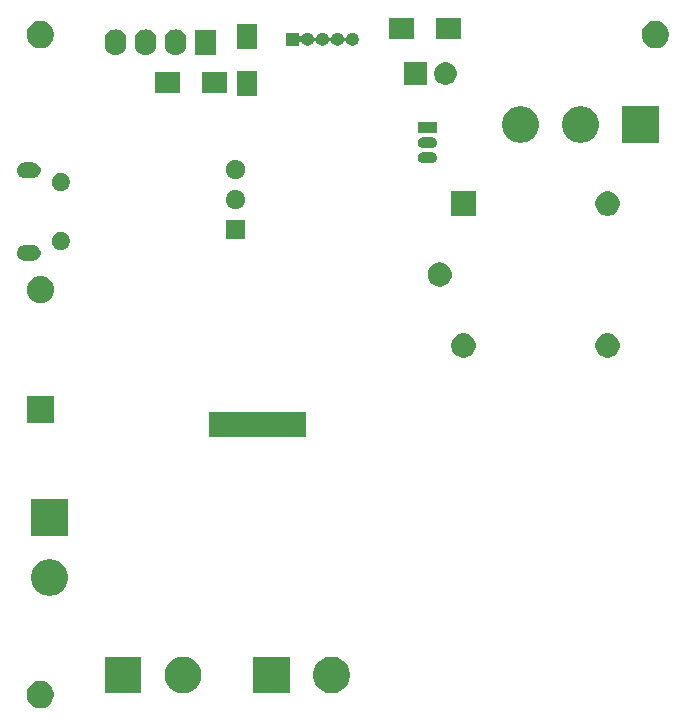
<source format=gbr>
G04 #@! TF.GenerationSoftware,KiCad,Pcbnew,(5.1.2)-1*
G04 #@! TF.CreationDate,2019-08-14T03:07:58+02:00*
G04 #@! TF.ProjectId,SmokESP8266,536d6f6b-4553-4503-9832-36362e6b6963,rev?*
G04 #@! TF.SameCoordinates,Original*
G04 #@! TF.FileFunction,Soldermask,Bot*
G04 #@! TF.FilePolarity,Negative*
%FSLAX46Y46*%
G04 Gerber Fmt 4.6, Leading zero omitted, Abs format (unit mm)*
G04 Created by KiCad (PCBNEW (5.1.2)-1) date 2019-08-14 03:07:58*
%MOMM*%
%LPD*%
G04 APERTURE LIST*
%ADD10C,0.100000*%
G04 APERTURE END LIST*
D10*
G36*
X82774549Y-128411116D02*
G01*
X82885734Y-128433232D01*
X83095203Y-128519997D01*
X83283720Y-128645960D01*
X83444040Y-128806280D01*
X83570003Y-128994797D01*
X83656768Y-129204266D01*
X83701000Y-129426636D01*
X83701000Y-129653364D01*
X83656768Y-129875734D01*
X83570003Y-130085203D01*
X83444040Y-130273720D01*
X83283720Y-130434040D01*
X83095203Y-130560003D01*
X82885734Y-130646768D01*
X82774549Y-130668884D01*
X82663365Y-130691000D01*
X82436635Y-130691000D01*
X82325451Y-130668884D01*
X82214266Y-130646768D01*
X82004797Y-130560003D01*
X81816280Y-130434040D01*
X81655960Y-130273720D01*
X81529997Y-130085203D01*
X81443232Y-129875734D01*
X81399000Y-129653364D01*
X81399000Y-129426636D01*
X81443232Y-129204266D01*
X81529997Y-128994797D01*
X81655960Y-128806280D01*
X81816280Y-128645960D01*
X82004797Y-128519997D01*
X82214266Y-128433232D01*
X82325451Y-128411116D01*
X82436635Y-128389000D01*
X82663365Y-128389000D01*
X82774549Y-128411116D01*
X82774549Y-128411116D01*
G37*
G36*
X107490585Y-126367802D02*
G01*
X107640410Y-126397604D01*
X107922674Y-126514521D01*
X108176705Y-126684259D01*
X108392741Y-126900295D01*
X108562479Y-127154326D01*
X108679396Y-127436590D01*
X108739000Y-127736240D01*
X108739000Y-128041760D01*
X108679396Y-128341410D01*
X108562479Y-128623674D01*
X108392741Y-128877705D01*
X108176705Y-129093741D01*
X107922674Y-129263479D01*
X107640410Y-129380396D01*
X107490585Y-129410198D01*
X107340761Y-129440000D01*
X107035239Y-129440000D01*
X106885415Y-129410198D01*
X106735590Y-129380396D01*
X106453326Y-129263479D01*
X106199295Y-129093741D01*
X105983259Y-128877705D01*
X105813521Y-128623674D01*
X105696604Y-128341410D01*
X105637000Y-128041760D01*
X105637000Y-127736240D01*
X105696604Y-127436590D01*
X105813521Y-127154326D01*
X105983259Y-126900295D01*
X106199295Y-126684259D01*
X106453326Y-126514521D01*
X106735590Y-126397604D01*
X106885415Y-126367802D01*
X107035239Y-126338000D01*
X107340761Y-126338000D01*
X107490585Y-126367802D01*
X107490585Y-126367802D01*
G37*
G36*
X91086000Y-129440000D02*
G01*
X87984000Y-129440000D01*
X87984000Y-126338000D01*
X91086000Y-126338000D01*
X91086000Y-129440000D01*
X91086000Y-129440000D01*
G37*
G36*
X103659000Y-129440000D02*
G01*
X100557000Y-129440000D01*
X100557000Y-126338000D01*
X103659000Y-126338000D01*
X103659000Y-129440000D01*
X103659000Y-129440000D01*
G37*
G36*
X94917585Y-126367802D02*
G01*
X95067410Y-126397604D01*
X95349674Y-126514521D01*
X95603705Y-126684259D01*
X95819741Y-126900295D01*
X95989479Y-127154326D01*
X96106396Y-127436590D01*
X96166000Y-127736240D01*
X96166000Y-128041760D01*
X96106396Y-128341410D01*
X95989479Y-128623674D01*
X95819741Y-128877705D01*
X95603705Y-129093741D01*
X95349674Y-129263479D01*
X95067410Y-129380396D01*
X94917585Y-129410198D01*
X94767761Y-129440000D01*
X94462239Y-129440000D01*
X94312415Y-129410198D01*
X94162590Y-129380396D01*
X93880326Y-129263479D01*
X93626295Y-129093741D01*
X93410259Y-128877705D01*
X93240521Y-128623674D01*
X93123604Y-128341410D01*
X93064000Y-128041760D01*
X93064000Y-127736240D01*
X93123604Y-127436590D01*
X93240521Y-127154326D01*
X93410259Y-126900295D01*
X93626295Y-126684259D01*
X93880326Y-126514521D01*
X94162590Y-126397604D01*
X94312415Y-126367802D01*
X94462239Y-126338000D01*
X94767761Y-126338000D01*
X94917585Y-126367802D01*
X94917585Y-126367802D01*
G37*
G36*
X83614585Y-118112802D02*
G01*
X83764410Y-118142604D01*
X84046674Y-118259521D01*
X84300705Y-118429259D01*
X84516741Y-118645295D01*
X84686479Y-118899326D01*
X84803396Y-119181590D01*
X84863000Y-119481240D01*
X84863000Y-119786760D01*
X84803396Y-120086410D01*
X84686479Y-120368674D01*
X84516741Y-120622705D01*
X84300705Y-120838741D01*
X84046674Y-121008479D01*
X83764410Y-121125396D01*
X83614585Y-121155198D01*
X83464761Y-121185000D01*
X83159239Y-121185000D01*
X83009415Y-121155198D01*
X82859590Y-121125396D01*
X82577326Y-121008479D01*
X82323295Y-120838741D01*
X82107259Y-120622705D01*
X81937521Y-120368674D01*
X81820604Y-120086410D01*
X81761000Y-119786760D01*
X81761000Y-119481240D01*
X81820604Y-119181590D01*
X81937521Y-118899326D01*
X82107259Y-118645295D01*
X82323295Y-118429259D01*
X82577326Y-118259521D01*
X82859590Y-118142604D01*
X83009415Y-118112802D01*
X83159239Y-118083000D01*
X83464761Y-118083000D01*
X83614585Y-118112802D01*
X83614585Y-118112802D01*
G37*
G36*
X84863000Y-116105000D02*
G01*
X81761000Y-116105000D01*
X81761000Y-113003000D01*
X84863000Y-113003000D01*
X84863000Y-116105000D01*
X84863000Y-116105000D01*
G37*
G36*
X105016000Y-107731000D02*
G01*
X96864000Y-107731000D01*
X96864000Y-105629000D01*
X105016000Y-105629000D01*
X105016000Y-107731000D01*
X105016000Y-107731000D01*
G37*
G36*
X83701000Y-106561000D02*
G01*
X81399000Y-106561000D01*
X81399000Y-104259000D01*
X83701000Y-104259000D01*
X83701000Y-106561000D01*
X83701000Y-106561000D01*
G37*
G36*
X130863647Y-98979004D02*
G01*
X131053097Y-99057477D01*
X131053098Y-99057478D01*
X131223599Y-99171402D01*
X131368598Y-99316401D01*
X131444719Y-99430326D01*
X131482523Y-99486903D01*
X131560996Y-99676353D01*
X131601000Y-99877469D01*
X131601000Y-100082531D01*
X131560996Y-100283647D01*
X131482523Y-100473097D01*
X131482522Y-100473098D01*
X131368598Y-100643599D01*
X131223599Y-100788598D01*
X131109674Y-100864719D01*
X131053097Y-100902523D01*
X130863647Y-100980996D01*
X130662531Y-101021000D01*
X130457469Y-101021000D01*
X130256353Y-100980996D01*
X130066903Y-100902523D01*
X130010326Y-100864719D01*
X129896401Y-100788598D01*
X129751402Y-100643599D01*
X129637478Y-100473098D01*
X129637477Y-100473097D01*
X129559004Y-100283647D01*
X129519000Y-100082531D01*
X129519000Y-99877469D01*
X129559004Y-99676353D01*
X129637477Y-99486903D01*
X129675281Y-99430326D01*
X129751402Y-99316401D01*
X129896401Y-99171402D01*
X130066902Y-99057478D01*
X130066903Y-99057477D01*
X130256353Y-98979004D01*
X130457469Y-98939000D01*
X130662531Y-98939000D01*
X130863647Y-98979004D01*
X130863647Y-98979004D01*
G37*
G36*
X118663647Y-98979004D02*
G01*
X118853097Y-99057477D01*
X118853098Y-99057478D01*
X119023599Y-99171402D01*
X119168598Y-99316401D01*
X119244719Y-99430326D01*
X119282523Y-99486903D01*
X119360996Y-99676353D01*
X119401000Y-99877469D01*
X119401000Y-100082531D01*
X119360996Y-100283647D01*
X119282523Y-100473097D01*
X119282522Y-100473098D01*
X119168598Y-100643599D01*
X119023599Y-100788598D01*
X118909674Y-100864719D01*
X118853097Y-100902523D01*
X118663647Y-100980996D01*
X118462531Y-101021000D01*
X118257469Y-101021000D01*
X118056353Y-100980996D01*
X117866903Y-100902523D01*
X117810326Y-100864719D01*
X117696401Y-100788598D01*
X117551402Y-100643599D01*
X117437478Y-100473098D01*
X117437477Y-100473097D01*
X117359004Y-100283647D01*
X117319000Y-100082531D01*
X117319000Y-99877469D01*
X117359004Y-99676353D01*
X117437477Y-99486903D01*
X117475281Y-99430326D01*
X117551402Y-99316401D01*
X117696401Y-99171402D01*
X117866902Y-99057478D01*
X117866903Y-99057477D01*
X118056353Y-98979004D01*
X118257469Y-98939000D01*
X118462531Y-98939000D01*
X118663647Y-98979004D01*
X118663647Y-98979004D01*
G37*
G36*
X82719271Y-94110103D02*
G01*
X82775635Y-94115654D01*
X82992600Y-94181470D01*
X82992602Y-94181471D01*
X83192555Y-94288347D01*
X83367818Y-94432182D01*
X83511653Y-94607445D01*
X83599139Y-94771121D01*
X83618530Y-94807400D01*
X83641337Y-94882584D01*
X83684346Y-95024366D01*
X83706569Y-95250000D01*
X83684346Y-95475634D01*
X83618529Y-95692602D01*
X83511653Y-95892555D01*
X83367818Y-96067818D01*
X83192555Y-96211653D01*
X82992602Y-96318529D01*
X82992600Y-96318530D01*
X82775635Y-96384346D01*
X82719271Y-96389897D01*
X82606545Y-96401000D01*
X82493455Y-96401000D01*
X82380729Y-96389897D01*
X82324365Y-96384346D01*
X82107400Y-96318530D01*
X82107398Y-96318529D01*
X81907445Y-96211653D01*
X81732182Y-96067818D01*
X81588347Y-95892555D01*
X81481471Y-95692602D01*
X81415654Y-95475634D01*
X81393431Y-95250000D01*
X81415654Y-95024366D01*
X81458663Y-94882584D01*
X81481470Y-94807400D01*
X81500861Y-94771121D01*
X81588347Y-94607445D01*
X81732182Y-94432182D01*
X81907445Y-94288347D01*
X82107398Y-94181471D01*
X82107400Y-94181470D01*
X82324365Y-94115654D01*
X82380729Y-94110103D01*
X82493455Y-94099000D01*
X82606545Y-94099000D01*
X82719271Y-94110103D01*
X82719271Y-94110103D01*
G37*
G36*
X116591494Y-92987593D02*
G01*
X116657085Y-93000640D01*
X116842441Y-93077417D01*
X117009256Y-93188879D01*
X117151121Y-93330744D01*
X117262583Y-93497559D01*
X117262584Y-93497561D01*
X117339360Y-93682916D01*
X117378500Y-93879685D01*
X117378500Y-94080315D01*
X117358379Y-94181470D01*
X117339360Y-94277085D01*
X117262583Y-94462441D01*
X117151121Y-94629256D01*
X117009256Y-94771121D01*
X116842441Y-94882583D01*
X116657085Y-94959360D01*
X116591494Y-94972407D01*
X116460315Y-94998500D01*
X116259685Y-94998500D01*
X116128506Y-94972407D01*
X116062915Y-94959360D01*
X115877559Y-94882583D01*
X115710744Y-94771121D01*
X115568879Y-94629256D01*
X115457417Y-94462441D01*
X115380640Y-94277085D01*
X115361621Y-94181470D01*
X115341500Y-94080315D01*
X115341500Y-93879685D01*
X115380640Y-93682916D01*
X115457416Y-93497561D01*
X115457417Y-93497559D01*
X115568879Y-93330744D01*
X115710744Y-93188879D01*
X115877559Y-93077417D01*
X116062915Y-93000640D01*
X116128506Y-92987593D01*
X116259685Y-92961500D01*
X116460315Y-92961500D01*
X116591494Y-92987593D01*
X116591494Y-92987593D01*
G37*
G36*
X81978855Y-91498140D02*
G01*
X82042618Y-91504420D01*
X82133404Y-91531960D01*
X82165336Y-91541646D01*
X82278425Y-91602094D01*
X82377554Y-91683446D01*
X82458906Y-91782575D01*
X82519354Y-91895664D01*
X82519355Y-91895668D01*
X82556580Y-92018382D01*
X82569149Y-92146000D01*
X82556580Y-92273618D01*
X82529040Y-92364404D01*
X82519354Y-92396336D01*
X82458906Y-92509425D01*
X82377554Y-92608554D01*
X82278425Y-92689906D01*
X82165336Y-92750354D01*
X82133404Y-92760040D01*
X82042618Y-92787580D01*
X81978855Y-92793860D01*
X81946974Y-92797000D01*
X81183026Y-92797000D01*
X81151145Y-92793860D01*
X81087382Y-92787580D01*
X80996596Y-92760040D01*
X80964664Y-92750354D01*
X80851575Y-92689906D01*
X80752446Y-92608554D01*
X80671094Y-92509425D01*
X80610646Y-92396336D01*
X80600960Y-92364404D01*
X80573420Y-92273618D01*
X80560851Y-92146000D01*
X80573420Y-92018382D01*
X80610645Y-91895668D01*
X80610646Y-91895664D01*
X80671094Y-91782575D01*
X80752446Y-91683446D01*
X80851575Y-91602094D01*
X80964664Y-91541646D01*
X80996596Y-91531960D01*
X81087382Y-91504420D01*
X81151145Y-91498140D01*
X81183026Y-91495000D01*
X81946974Y-91495000D01*
X81978855Y-91498140D01*
X81978855Y-91498140D01*
G37*
G36*
X84491348Y-90399820D02*
G01*
X84491350Y-90399821D01*
X84491351Y-90399821D01*
X84632574Y-90458317D01*
X84632577Y-90458319D01*
X84759669Y-90543239D01*
X84867761Y-90651331D01*
X84952681Y-90778423D01*
X84952683Y-90778426D01*
X85011179Y-90919649D01*
X85011180Y-90919652D01*
X85041000Y-91069569D01*
X85041000Y-91222429D01*
X85011179Y-91372351D01*
X84952683Y-91513574D01*
X84952681Y-91513577D01*
X84867761Y-91640669D01*
X84759669Y-91748761D01*
X84632577Y-91833681D01*
X84632574Y-91833683D01*
X84491351Y-91892179D01*
X84491350Y-91892179D01*
X84491348Y-91892180D01*
X84341431Y-91922000D01*
X84188569Y-91922000D01*
X84038652Y-91892180D01*
X84038650Y-91892179D01*
X84038649Y-91892179D01*
X83897426Y-91833683D01*
X83897423Y-91833681D01*
X83770331Y-91748761D01*
X83662239Y-91640669D01*
X83577319Y-91513577D01*
X83577317Y-91513574D01*
X83518821Y-91372351D01*
X83489000Y-91222429D01*
X83489000Y-91069569D01*
X83518820Y-90919652D01*
X83518821Y-90919649D01*
X83577317Y-90778426D01*
X83577319Y-90778423D01*
X83662239Y-90651331D01*
X83770331Y-90543239D01*
X83897423Y-90458319D01*
X83897426Y-90458317D01*
X84038649Y-90399821D01*
X84038650Y-90399821D01*
X84038652Y-90399820D01*
X84188569Y-90370000D01*
X84341431Y-90370000D01*
X84491348Y-90399820D01*
X84491348Y-90399820D01*
G37*
G36*
X99871000Y-90981000D02*
G01*
X98249000Y-90981000D01*
X98249000Y-89359000D01*
X99871000Y-89359000D01*
X99871000Y-90981000D01*
X99871000Y-90981000D01*
G37*
G36*
X130863647Y-86979004D02*
G01*
X131053097Y-87057477D01*
X131053098Y-87057478D01*
X131223599Y-87171402D01*
X131368598Y-87316401D01*
X131420073Y-87393440D01*
X131482523Y-87486903D01*
X131560996Y-87676353D01*
X131601000Y-87877469D01*
X131601000Y-88082531D01*
X131560996Y-88283647D01*
X131482523Y-88473097D01*
X131482522Y-88473098D01*
X131368598Y-88643599D01*
X131223599Y-88788598D01*
X131109674Y-88864719D01*
X131053097Y-88902523D01*
X130863647Y-88980996D01*
X130662531Y-89021000D01*
X130457469Y-89021000D01*
X130256353Y-88980996D01*
X130066903Y-88902523D01*
X130010326Y-88864719D01*
X129896401Y-88788598D01*
X129751402Y-88643599D01*
X129637478Y-88473098D01*
X129637477Y-88473097D01*
X129559004Y-88283647D01*
X129519000Y-88082531D01*
X129519000Y-87877469D01*
X129559004Y-87676353D01*
X129637477Y-87486903D01*
X129699927Y-87393440D01*
X129751402Y-87316401D01*
X129896401Y-87171402D01*
X130066902Y-87057478D01*
X130066903Y-87057477D01*
X130256353Y-86979004D01*
X130457469Y-86939000D01*
X130662531Y-86939000D01*
X130863647Y-86979004D01*
X130863647Y-86979004D01*
G37*
G36*
X119401000Y-89021000D02*
G01*
X117319000Y-89021000D01*
X117319000Y-86939000D01*
X119401000Y-86939000D01*
X119401000Y-89021000D01*
X119401000Y-89021000D01*
G37*
G36*
X99296560Y-86850166D02*
G01*
X99397989Y-86892179D01*
X99444153Y-86911301D01*
X99460165Y-86922000D01*
X99576982Y-87000055D01*
X99689945Y-87113018D01*
X99778700Y-87245849D01*
X99807924Y-87316402D01*
X99839834Y-87393440D01*
X99871000Y-87550123D01*
X99871000Y-87709877D01*
X99839834Y-87866560D01*
X99778699Y-88014153D01*
X99689945Y-88146982D01*
X99576982Y-88259945D01*
X99444153Y-88348699D01*
X99444152Y-88348700D01*
X99444151Y-88348700D01*
X99296560Y-88409834D01*
X99139878Y-88441000D01*
X98980122Y-88441000D01*
X98823440Y-88409834D01*
X98675849Y-88348700D01*
X98675848Y-88348700D01*
X98675847Y-88348699D01*
X98543018Y-88259945D01*
X98430055Y-88146982D01*
X98341301Y-88014153D01*
X98280166Y-87866560D01*
X98249000Y-87709877D01*
X98249000Y-87550123D01*
X98280166Y-87393440D01*
X98312076Y-87316402D01*
X98341300Y-87245849D01*
X98430055Y-87113018D01*
X98543018Y-87000055D01*
X98659835Y-86922000D01*
X98675847Y-86911301D01*
X98722012Y-86892179D01*
X98823440Y-86850166D01*
X98980122Y-86819000D01*
X99139878Y-86819000D01*
X99296560Y-86850166D01*
X99296560Y-86850166D01*
G37*
G36*
X84491348Y-85399820D02*
G01*
X84491350Y-85399821D01*
X84491351Y-85399821D01*
X84632574Y-85458317D01*
X84632577Y-85458319D01*
X84759669Y-85543239D01*
X84867761Y-85651331D01*
X84952681Y-85778423D01*
X84952683Y-85778426D01*
X85011179Y-85919649D01*
X85041000Y-86069571D01*
X85041000Y-86222429D01*
X85011179Y-86372351D01*
X84952683Y-86513574D01*
X84952681Y-86513577D01*
X84867761Y-86640669D01*
X84759669Y-86748761D01*
X84654549Y-86819000D01*
X84632574Y-86833683D01*
X84491351Y-86892179D01*
X84491350Y-86892179D01*
X84491348Y-86892180D01*
X84341431Y-86922000D01*
X84188569Y-86922000D01*
X84038652Y-86892180D01*
X84038650Y-86892179D01*
X84038649Y-86892179D01*
X83897426Y-86833683D01*
X83875451Y-86819000D01*
X83770331Y-86748761D01*
X83662239Y-86640669D01*
X83577319Y-86513577D01*
X83577317Y-86513574D01*
X83518821Y-86372351D01*
X83489000Y-86222429D01*
X83489000Y-86069571D01*
X83518821Y-85919649D01*
X83577317Y-85778426D01*
X83577319Y-85778423D01*
X83662239Y-85651331D01*
X83770331Y-85543239D01*
X83897423Y-85458319D01*
X83897426Y-85458317D01*
X84038649Y-85399821D01*
X84038650Y-85399821D01*
X84038652Y-85399820D01*
X84188569Y-85370000D01*
X84341431Y-85370000D01*
X84491348Y-85399820D01*
X84491348Y-85399820D01*
G37*
G36*
X99296560Y-84310166D02*
G01*
X99401637Y-84353690D01*
X99444153Y-84371301D01*
X99576982Y-84460055D01*
X99689945Y-84573018D01*
X99763732Y-84683447D01*
X99778700Y-84705849D01*
X99839834Y-84853440D01*
X99871000Y-85010122D01*
X99871000Y-85169878D01*
X99839834Y-85326560D01*
X99785259Y-85458317D01*
X99778699Y-85474153D01*
X99689945Y-85606982D01*
X99576982Y-85719945D01*
X99444153Y-85808699D01*
X99444152Y-85808700D01*
X99444151Y-85808700D01*
X99296560Y-85869834D01*
X99139878Y-85901000D01*
X98980122Y-85901000D01*
X98823440Y-85869834D01*
X98675849Y-85808700D01*
X98675848Y-85808700D01*
X98675847Y-85808699D01*
X98543018Y-85719945D01*
X98430055Y-85606982D01*
X98341301Y-85474153D01*
X98334742Y-85458317D01*
X98280166Y-85326560D01*
X98249000Y-85169878D01*
X98249000Y-85010122D01*
X98280166Y-84853440D01*
X98341300Y-84705849D01*
X98356269Y-84683447D01*
X98430055Y-84573018D01*
X98543018Y-84460055D01*
X98675847Y-84371301D01*
X98718364Y-84353690D01*
X98823440Y-84310166D01*
X98980122Y-84279000D01*
X99139878Y-84279000D01*
X99296560Y-84310166D01*
X99296560Y-84310166D01*
G37*
G36*
X81978855Y-84498140D02*
G01*
X82042618Y-84504420D01*
X82133404Y-84531960D01*
X82165336Y-84541646D01*
X82278425Y-84602094D01*
X82377554Y-84683446D01*
X82458906Y-84782575D01*
X82519354Y-84895664D01*
X82519355Y-84895668D01*
X82556580Y-85018382D01*
X82569149Y-85146000D01*
X82556580Y-85273618D01*
X82540520Y-85326560D01*
X82519354Y-85396336D01*
X82458906Y-85509425D01*
X82377554Y-85608554D01*
X82278425Y-85689906D01*
X82165336Y-85750354D01*
X82133404Y-85760040D01*
X82042618Y-85787580D01*
X81978855Y-85793860D01*
X81946974Y-85797000D01*
X81183026Y-85797000D01*
X81151145Y-85793860D01*
X81087382Y-85787580D01*
X80996596Y-85760040D01*
X80964664Y-85750354D01*
X80851575Y-85689906D01*
X80752446Y-85608554D01*
X80671094Y-85509425D01*
X80610646Y-85396336D01*
X80589480Y-85326560D01*
X80573420Y-85273618D01*
X80560851Y-85146000D01*
X80573420Y-85018382D01*
X80610645Y-84895668D01*
X80610646Y-84895664D01*
X80671094Y-84782575D01*
X80752446Y-84683446D01*
X80851575Y-84602094D01*
X80964664Y-84541646D01*
X80996596Y-84531960D01*
X81087382Y-84504420D01*
X81151145Y-84498140D01*
X81183026Y-84495000D01*
X81946974Y-84495000D01*
X81978855Y-84498140D01*
X81978855Y-84498140D01*
G37*
G36*
X115714213Y-83580249D02*
G01*
X115808652Y-83608897D01*
X115895687Y-83655418D01*
X115971975Y-83718025D01*
X116034582Y-83794313D01*
X116081103Y-83881348D01*
X116109751Y-83975787D01*
X116119424Y-84074000D01*
X116109751Y-84172213D01*
X116081103Y-84266652D01*
X116034582Y-84353687D01*
X115971975Y-84429975D01*
X115895687Y-84492582D01*
X115808652Y-84539103D01*
X115714213Y-84567751D01*
X115640612Y-84575000D01*
X114991388Y-84575000D01*
X114917787Y-84567751D01*
X114823348Y-84539103D01*
X114736313Y-84492582D01*
X114660025Y-84429975D01*
X114597418Y-84353687D01*
X114550897Y-84266652D01*
X114522249Y-84172213D01*
X114512576Y-84074000D01*
X114522249Y-83975787D01*
X114550897Y-83881348D01*
X114597418Y-83794313D01*
X114660025Y-83718025D01*
X114736313Y-83655418D01*
X114823348Y-83608897D01*
X114917787Y-83580249D01*
X114991388Y-83573000D01*
X115640612Y-83573000D01*
X115714213Y-83580249D01*
X115714213Y-83580249D01*
G37*
G36*
X115714213Y-82310249D02*
G01*
X115808652Y-82338897D01*
X115895687Y-82385418D01*
X115971975Y-82448025D01*
X116034582Y-82524313D01*
X116081103Y-82611348D01*
X116109751Y-82705787D01*
X116119424Y-82804000D01*
X116109751Y-82902213D01*
X116081103Y-82996652D01*
X116034582Y-83083687D01*
X115971975Y-83159975D01*
X115895687Y-83222582D01*
X115808652Y-83269103D01*
X115714213Y-83297751D01*
X115640612Y-83305000D01*
X114991388Y-83305000D01*
X114917787Y-83297751D01*
X114823348Y-83269103D01*
X114736313Y-83222582D01*
X114660025Y-83159975D01*
X114597418Y-83083687D01*
X114550897Y-82996652D01*
X114522249Y-82902213D01*
X114512576Y-82804000D01*
X114522249Y-82705787D01*
X114550897Y-82611348D01*
X114597418Y-82524313D01*
X114660025Y-82448025D01*
X114736313Y-82385418D01*
X114823348Y-82338897D01*
X114917787Y-82310249D01*
X114991388Y-82303000D01*
X115640612Y-82303000D01*
X115714213Y-82310249D01*
X115714213Y-82310249D01*
G37*
G36*
X123492585Y-79758802D02*
G01*
X123642410Y-79788604D01*
X123924674Y-79905521D01*
X124178705Y-80075259D01*
X124394741Y-80291295D01*
X124564479Y-80545326D01*
X124681396Y-80827590D01*
X124741000Y-81127240D01*
X124741000Y-81432760D01*
X124681396Y-81732410D01*
X124564479Y-82014674D01*
X124394741Y-82268705D01*
X124178705Y-82484741D01*
X123924674Y-82654479D01*
X123642410Y-82771396D01*
X123492585Y-82801198D01*
X123342761Y-82831000D01*
X123037239Y-82831000D01*
X122887415Y-82801198D01*
X122737590Y-82771396D01*
X122455326Y-82654479D01*
X122201295Y-82484741D01*
X121985259Y-82268705D01*
X121815521Y-82014674D01*
X121698604Y-81732410D01*
X121639000Y-81432760D01*
X121639000Y-81127240D01*
X121698604Y-80827590D01*
X121815521Y-80545326D01*
X121985259Y-80291295D01*
X122201295Y-80075259D01*
X122455326Y-79905521D01*
X122737590Y-79788604D01*
X122887415Y-79758802D01*
X123037239Y-79729000D01*
X123342761Y-79729000D01*
X123492585Y-79758802D01*
X123492585Y-79758802D01*
G37*
G36*
X128572585Y-79758802D02*
G01*
X128722410Y-79788604D01*
X129004674Y-79905521D01*
X129258705Y-80075259D01*
X129474741Y-80291295D01*
X129644479Y-80545326D01*
X129761396Y-80827590D01*
X129821000Y-81127240D01*
X129821000Y-81432760D01*
X129761396Y-81732410D01*
X129644479Y-82014674D01*
X129474741Y-82268705D01*
X129258705Y-82484741D01*
X129004674Y-82654479D01*
X128722410Y-82771396D01*
X128572585Y-82801198D01*
X128422761Y-82831000D01*
X128117239Y-82831000D01*
X127967415Y-82801198D01*
X127817590Y-82771396D01*
X127535326Y-82654479D01*
X127281295Y-82484741D01*
X127065259Y-82268705D01*
X126895521Y-82014674D01*
X126778604Y-81732410D01*
X126719000Y-81432760D01*
X126719000Y-81127240D01*
X126778604Y-80827590D01*
X126895521Y-80545326D01*
X127065259Y-80291295D01*
X127281295Y-80075259D01*
X127535326Y-79905521D01*
X127817590Y-79788604D01*
X127967415Y-79758802D01*
X128117239Y-79729000D01*
X128422761Y-79729000D01*
X128572585Y-79758802D01*
X128572585Y-79758802D01*
G37*
G36*
X134901000Y-82831000D02*
G01*
X131799000Y-82831000D01*
X131799000Y-79729000D01*
X134901000Y-79729000D01*
X134901000Y-82831000D01*
X134901000Y-82831000D01*
G37*
G36*
X116117000Y-82035000D02*
G01*
X114515000Y-82035000D01*
X114515000Y-81033000D01*
X116117000Y-81033000D01*
X116117000Y-82035000D01*
X116117000Y-82035000D01*
G37*
G36*
X100927000Y-78870000D02*
G01*
X99225000Y-78870000D01*
X99225000Y-76768000D01*
X100927000Y-76768000D01*
X100927000Y-78870000D01*
X100927000Y-78870000D01*
G37*
G36*
X98333000Y-78625000D02*
G01*
X96231000Y-78625000D01*
X96231000Y-76823000D01*
X98333000Y-76823000D01*
X98333000Y-78625000D01*
X98333000Y-78625000D01*
G37*
G36*
X94333000Y-78625000D02*
G01*
X92231000Y-78625000D01*
X92231000Y-76823000D01*
X94333000Y-76823000D01*
X94333000Y-78625000D01*
X94333000Y-78625000D01*
G37*
G36*
X115251000Y-77913000D02*
G01*
X113349000Y-77913000D01*
X113349000Y-76011000D01*
X115251000Y-76011000D01*
X115251000Y-77913000D01*
X115251000Y-77913000D01*
G37*
G36*
X117117395Y-76047546D02*
G01*
X117290466Y-76119234D01*
X117290467Y-76119235D01*
X117446227Y-76223310D01*
X117578690Y-76355773D01*
X117578691Y-76355775D01*
X117682766Y-76511534D01*
X117754454Y-76684605D01*
X117791000Y-76868333D01*
X117791000Y-77055667D01*
X117754454Y-77239395D01*
X117682766Y-77412466D01*
X117682765Y-77412467D01*
X117578690Y-77568227D01*
X117446227Y-77700690D01*
X117367818Y-77753081D01*
X117290466Y-77804766D01*
X117117395Y-77876454D01*
X116933667Y-77913000D01*
X116746333Y-77913000D01*
X116562605Y-77876454D01*
X116389534Y-77804766D01*
X116312182Y-77753081D01*
X116233773Y-77700690D01*
X116101310Y-77568227D01*
X115997235Y-77412467D01*
X115997234Y-77412466D01*
X115925546Y-77239395D01*
X115889000Y-77055667D01*
X115889000Y-76868333D01*
X115925546Y-76684605D01*
X115997234Y-76511534D01*
X116101309Y-76355775D01*
X116101310Y-76355773D01*
X116233773Y-76223310D01*
X116389533Y-76119235D01*
X116389534Y-76119234D01*
X116562605Y-76047546D01*
X116746333Y-76011000D01*
X116933667Y-76011000D01*
X117117395Y-76047546D01*
X117117395Y-76047546D01*
G37*
G36*
X94167294Y-73249233D02*
G01*
X94339695Y-73301531D01*
X94498583Y-73386458D01*
X94637849Y-73500751D01*
X94752142Y-73640017D01*
X94837069Y-73798906D01*
X94889367Y-73971307D01*
X94902600Y-74105670D01*
X94902600Y-74500331D01*
X94889367Y-74634694D01*
X94837069Y-74807095D01*
X94752142Y-74965983D01*
X94637849Y-75105249D01*
X94498583Y-75219542D01*
X94339694Y-75304469D01*
X94167293Y-75356767D01*
X93988000Y-75374425D01*
X93808706Y-75356767D01*
X93636305Y-75304469D01*
X93477417Y-75219542D01*
X93338151Y-75105249D01*
X93223858Y-74965983D01*
X93138931Y-74807094D01*
X93086633Y-74634693D01*
X93073400Y-74500330D01*
X93073400Y-74105669D01*
X93086633Y-73971306D01*
X93138931Y-73798905D01*
X93223858Y-73640018D01*
X93338152Y-73500751D01*
X93477418Y-73386458D01*
X93636306Y-73301531D01*
X93808707Y-73249233D01*
X93988000Y-73231575D01*
X94167294Y-73249233D01*
X94167294Y-73249233D01*
G37*
G36*
X89087294Y-73249233D02*
G01*
X89259695Y-73301531D01*
X89418583Y-73386458D01*
X89557849Y-73500751D01*
X89672142Y-73640017D01*
X89757069Y-73798906D01*
X89809367Y-73971307D01*
X89822600Y-74105670D01*
X89822600Y-74500331D01*
X89809367Y-74634694D01*
X89757069Y-74807095D01*
X89672142Y-74965983D01*
X89557849Y-75105249D01*
X89418583Y-75219542D01*
X89259694Y-75304469D01*
X89087293Y-75356767D01*
X88908000Y-75374425D01*
X88728706Y-75356767D01*
X88556305Y-75304469D01*
X88397417Y-75219542D01*
X88258151Y-75105249D01*
X88143858Y-74965983D01*
X88058931Y-74807094D01*
X88006633Y-74634693D01*
X87993400Y-74500330D01*
X87993400Y-74105669D01*
X88006633Y-73971306D01*
X88058931Y-73798905D01*
X88143858Y-73640018D01*
X88258152Y-73500751D01*
X88397418Y-73386458D01*
X88556306Y-73301531D01*
X88728707Y-73249233D01*
X88908000Y-73231575D01*
X89087294Y-73249233D01*
X89087294Y-73249233D01*
G37*
G36*
X91627294Y-73249233D02*
G01*
X91799695Y-73301531D01*
X91958583Y-73386458D01*
X92097849Y-73500751D01*
X92212142Y-73640017D01*
X92297069Y-73798906D01*
X92349367Y-73971307D01*
X92362600Y-74105670D01*
X92362600Y-74500331D01*
X92349367Y-74634694D01*
X92297069Y-74807095D01*
X92212142Y-74965983D01*
X92097849Y-75105249D01*
X91958583Y-75219542D01*
X91799694Y-75304469D01*
X91627293Y-75356767D01*
X91448000Y-75374425D01*
X91268706Y-75356767D01*
X91096305Y-75304469D01*
X90937417Y-75219542D01*
X90798151Y-75105249D01*
X90683858Y-74965983D01*
X90598931Y-74807094D01*
X90546633Y-74634693D01*
X90533400Y-74500330D01*
X90533400Y-74105669D01*
X90546633Y-73971306D01*
X90598931Y-73798905D01*
X90683858Y-73640018D01*
X90798152Y-73500751D01*
X90937418Y-73386458D01*
X91096306Y-73301531D01*
X91268707Y-73249233D01*
X91448000Y-73231575D01*
X91627294Y-73249233D01*
X91627294Y-73249233D01*
G37*
G36*
X97442600Y-75370000D02*
G01*
X95613400Y-75370000D01*
X95613400Y-73236000D01*
X97442600Y-73236000D01*
X97442600Y-75370000D01*
X97442600Y-75370000D01*
G37*
G36*
X100927000Y-74870000D02*
G01*
X99225000Y-74870000D01*
X99225000Y-72768000D01*
X100927000Y-72768000D01*
X100927000Y-74870000D01*
X100927000Y-74870000D01*
G37*
G36*
X134844549Y-72531116D02*
G01*
X134955734Y-72553232D01*
X135165203Y-72639997D01*
X135353720Y-72765960D01*
X135514040Y-72926280D01*
X135640003Y-73114797D01*
X135717351Y-73301531D01*
X135726768Y-73324267D01*
X135771000Y-73546635D01*
X135771000Y-73773365D01*
X135761286Y-73822198D01*
X135726768Y-73995734D01*
X135681231Y-74105669D01*
X135643348Y-74197129D01*
X135640003Y-74205203D01*
X135514040Y-74393720D01*
X135353720Y-74554040D01*
X135165203Y-74680003D01*
X134955734Y-74766768D01*
X134844549Y-74788884D01*
X134733365Y-74811000D01*
X134506635Y-74811000D01*
X134395451Y-74788884D01*
X134284266Y-74766768D01*
X134074797Y-74680003D01*
X133886280Y-74554040D01*
X133725960Y-74393720D01*
X133599997Y-74205203D01*
X133596653Y-74197129D01*
X133558769Y-74105669D01*
X133513232Y-73995734D01*
X133478714Y-73822198D01*
X133469000Y-73773365D01*
X133469000Y-73546635D01*
X133513232Y-73324267D01*
X133522650Y-73301531D01*
X133599997Y-73114797D01*
X133725960Y-72926280D01*
X133886280Y-72765960D01*
X134074797Y-72639997D01*
X134284266Y-72553232D01*
X134395451Y-72531116D01*
X134506635Y-72509000D01*
X134733365Y-72509000D01*
X134844549Y-72531116D01*
X134844549Y-72531116D01*
G37*
G36*
X82774549Y-72531116D02*
G01*
X82885734Y-72553232D01*
X83095203Y-72639997D01*
X83283720Y-72765960D01*
X83444040Y-72926280D01*
X83570003Y-73114797D01*
X83647351Y-73301531D01*
X83656768Y-73324267D01*
X83701000Y-73546635D01*
X83701000Y-73773365D01*
X83691286Y-73822198D01*
X83656768Y-73995734D01*
X83611231Y-74105669D01*
X83573348Y-74197129D01*
X83570003Y-74205203D01*
X83444040Y-74393720D01*
X83283720Y-74554040D01*
X83095203Y-74680003D01*
X82885734Y-74766768D01*
X82774549Y-74788884D01*
X82663365Y-74811000D01*
X82436635Y-74811000D01*
X82325451Y-74788884D01*
X82214266Y-74766768D01*
X82004797Y-74680003D01*
X81816280Y-74554040D01*
X81655960Y-74393720D01*
X81529997Y-74205203D01*
X81526653Y-74197129D01*
X81488769Y-74105669D01*
X81443232Y-73995734D01*
X81408714Y-73822198D01*
X81399000Y-73773365D01*
X81399000Y-73546635D01*
X81443232Y-73324267D01*
X81452650Y-73301531D01*
X81529997Y-73114797D01*
X81655960Y-72926280D01*
X81816280Y-72765960D01*
X82004797Y-72639997D01*
X82214266Y-72553232D01*
X82325451Y-72531116D01*
X82436635Y-72509000D01*
X82663365Y-72509000D01*
X82774549Y-72531116D01*
X82774549Y-72531116D01*
G37*
G36*
X104437000Y-73718265D02*
G01*
X104439402Y-73742651D01*
X104446515Y-73766100D01*
X104458066Y-73787711D01*
X104473611Y-73806653D01*
X104492553Y-73822198D01*
X104514164Y-73833749D01*
X104537613Y-73840862D01*
X104561999Y-73843264D01*
X104586385Y-73840862D01*
X104609834Y-73833749D01*
X104631445Y-73822198D01*
X104650387Y-73806653D01*
X104665932Y-73787711D01*
X104672233Y-73777198D01*
X104695644Y-73733400D01*
X104764499Y-73649499D01*
X104776053Y-73640017D01*
X104848400Y-73580643D01*
X104916945Y-73544005D01*
X104944121Y-73529479D01*
X105047985Y-73497973D01*
X105128933Y-73490000D01*
X105183067Y-73490000D01*
X105264015Y-73497973D01*
X105367879Y-73529479D01*
X105395055Y-73544005D01*
X105463600Y-73580643D01*
X105547501Y-73649499D01*
X105616357Y-73733400D01*
X105651369Y-73798904D01*
X105667521Y-73829121D01*
X105671388Y-73841869D01*
X105680760Y-73864496D01*
X105694374Y-73884870D01*
X105711701Y-73902197D01*
X105732075Y-73915811D01*
X105754714Y-73925188D01*
X105778747Y-73929969D01*
X105803251Y-73929969D01*
X105827285Y-73925189D01*
X105849924Y-73915812D01*
X105870298Y-73902198D01*
X105887625Y-73884871D01*
X105901239Y-73864497D01*
X105910612Y-73841869D01*
X105914479Y-73829121D01*
X105930631Y-73798904D01*
X105965643Y-73733400D01*
X106034499Y-73649499D01*
X106118400Y-73580643D01*
X106186945Y-73544005D01*
X106214121Y-73529479D01*
X106317985Y-73497973D01*
X106398933Y-73490000D01*
X106453067Y-73490000D01*
X106534015Y-73497973D01*
X106637879Y-73529479D01*
X106665055Y-73544005D01*
X106733600Y-73580643D01*
X106817501Y-73649499D01*
X106886357Y-73733400D01*
X106921369Y-73798904D01*
X106937521Y-73829121D01*
X106941388Y-73841869D01*
X106950760Y-73864496D01*
X106964374Y-73884870D01*
X106981701Y-73902197D01*
X107002075Y-73915811D01*
X107024714Y-73925188D01*
X107048747Y-73929969D01*
X107073251Y-73929969D01*
X107097285Y-73925189D01*
X107119924Y-73915812D01*
X107140298Y-73902198D01*
X107157625Y-73884871D01*
X107171239Y-73864497D01*
X107180612Y-73841869D01*
X107184479Y-73829121D01*
X107200631Y-73798904D01*
X107235643Y-73733400D01*
X107304499Y-73649499D01*
X107388400Y-73580643D01*
X107456945Y-73544005D01*
X107484121Y-73529479D01*
X107587985Y-73497973D01*
X107668933Y-73490000D01*
X107723067Y-73490000D01*
X107804015Y-73497973D01*
X107907879Y-73529479D01*
X107935055Y-73544005D01*
X108003600Y-73580643D01*
X108087501Y-73649499D01*
X108156357Y-73733400D01*
X108191369Y-73798904D01*
X108207521Y-73829121D01*
X108211388Y-73841869D01*
X108220760Y-73864496D01*
X108234374Y-73884870D01*
X108251701Y-73902197D01*
X108272075Y-73915811D01*
X108294714Y-73925188D01*
X108318747Y-73929969D01*
X108343251Y-73929969D01*
X108367285Y-73925189D01*
X108389924Y-73915812D01*
X108410298Y-73902198D01*
X108427625Y-73884871D01*
X108441239Y-73864497D01*
X108450612Y-73841869D01*
X108454479Y-73829121D01*
X108470631Y-73798904D01*
X108505643Y-73733400D01*
X108574499Y-73649499D01*
X108658400Y-73580643D01*
X108726945Y-73544005D01*
X108754121Y-73529479D01*
X108857985Y-73497973D01*
X108938933Y-73490000D01*
X108993067Y-73490000D01*
X109074015Y-73497973D01*
X109177879Y-73529479D01*
X109205055Y-73544005D01*
X109273600Y-73580643D01*
X109357501Y-73649499D01*
X109426357Y-73733400D01*
X109461369Y-73798904D01*
X109477521Y-73829121D01*
X109509027Y-73932985D01*
X109519666Y-74041000D01*
X109509027Y-74149015D01*
X109477521Y-74252879D01*
X109477191Y-74253496D01*
X109426357Y-74348600D01*
X109357501Y-74432501D01*
X109273600Y-74501357D01*
X109205055Y-74537995D01*
X109177879Y-74552521D01*
X109074015Y-74584027D01*
X108993067Y-74592000D01*
X108938933Y-74592000D01*
X108857985Y-74584027D01*
X108754121Y-74552521D01*
X108726945Y-74537995D01*
X108658400Y-74501357D01*
X108574499Y-74432501D01*
X108505643Y-74348600D01*
X108454809Y-74253496D01*
X108454479Y-74252879D01*
X108450612Y-74240131D01*
X108441240Y-74217504D01*
X108427626Y-74197130D01*
X108410299Y-74179803D01*
X108389925Y-74166189D01*
X108367286Y-74156812D01*
X108343253Y-74152031D01*
X108318749Y-74152031D01*
X108294715Y-74156811D01*
X108272076Y-74166188D01*
X108251702Y-74179802D01*
X108234375Y-74197129D01*
X108220761Y-74217503D01*
X108211388Y-74240131D01*
X108207521Y-74252879D01*
X108207191Y-74253496D01*
X108156357Y-74348600D01*
X108087501Y-74432501D01*
X108003600Y-74501357D01*
X107935055Y-74537995D01*
X107907879Y-74552521D01*
X107804015Y-74584027D01*
X107723067Y-74592000D01*
X107668933Y-74592000D01*
X107587985Y-74584027D01*
X107484121Y-74552521D01*
X107456945Y-74537995D01*
X107388400Y-74501357D01*
X107304499Y-74432501D01*
X107235643Y-74348600D01*
X107184809Y-74253496D01*
X107184479Y-74252879D01*
X107180612Y-74240131D01*
X107171240Y-74217504D01*
X107157626Y-74197130D01*
X107140299Y-74179803D01*
X107119925Y-74166189D01*
X107097286Y-74156812D01*
X107073253Y-74152031D01*
X107048749Y-74152031D01*
X107024715Y-74156811D01*
X107002076Y-74166188D01*
X106981702Y-74179802D01*
X106964375Y-74197129D01*
X106950761Y-74217503D01*
X106941388Y-74240131D01*
X106937521Y-74252879D01*
X106937191Y-74253496D01*
X106886357Y-74348600D01*
X106817501Y-74432501D01*
X106733600Y-74501357D01*
X106665055Y-74537995D01*
X106637879Y-74552521D01*
X106534015Y-74584027D01*
X106453067Y-74592000D01*
X106398933Y-74592000D01*
X106317985Y-74584027D01*
X106214121Y-74552521D01*
X106186945Y-74537995D01*
X106118400Y-74501357D01*
X106034499Y-74432501D01*
X105965643Y-74348600D01*
X105914809Y-74253496D01*
X105914479Y-74252879D01*
X105910612Y-74240131D01*
X105901240Y-74217504D01*
X105887626Y-74197130D01*
X105870299Y-74179803D01*
X105849925Y-74166189D01*
X105827286Y-74156812D01*
X105803253Y-74152031D01*
X105778749Y-74152031D01*
X105754715Y-74156811D01*
X105732076Y-74166188D01*
X105711702Y-74179802D01*
X105694375Y-74197129D01*
X105680761Y-74217503D01*
X105671388Y-74240131D01*
X105667521Y-74252879D01*
X105667191Y-74253496D01*
X105616357Y-74348600D01*
X105547501Y-74432501D01*
X105463600Y-74501357D01*
X105395055Y-74537995D01*
X105367879Y-74552521D01*
X105264015Y-74584027D01*
X105183067Y-74592000D01*
X105128933Y-74592000D01*
X105047985Y-74584027D01*
X104944121Y-74552521D01*
X104916945Y-74537995D01*
X104848400Y-74501357D01*
X104764499Y-74432501D01*
X104695645Y-74348601D01*
X104695644Y-74348600D01*
X104672236Y-74304807D01*
X104658625Y-74284437D01*
X104641298Y-74267110D01*
X104620924Y-74253496D01*
X104598285Y-74244119D01*
X104574252Y-74239338D01*
X104549748Y-74239338D01*
X104525714Y-74244118D01*
X104503076Y-74253495D01*
X104482701Y-74267109D01*
X104465374Y-74284436D01*
X104451760Y-74304810D01*
X104442383Y-74327449D01*
X104437602Y-74351482D01*
X104437000Y-74363735D01*
X104437000Y-74592000D01*
X103335000Y-74592000D01*
X103335000Y-73490000D01*
X104437000Y-73490000D01*
X104437000Y-73718265D01*
X104437000Y-73718265D01*
G37*
G36*
X114145000Y-74053000D02*
G01*
X112043000Y-74053000D01*
X112043000Y-72251000D01*
X114145000Y-72251000D01*
X114145000Y-74053000D01*
X114145000Y-74053000D01*
G37*
G36*
X118145000Y-74053000D02*
G01*
X116043000Y-74053000D01*
X116043000Y-72251000D01*
X118145000Y-72251000D01*
X118145000Y-74053000D01*
X118145000Y-74053000D01*
G37*
M02*

</source>
